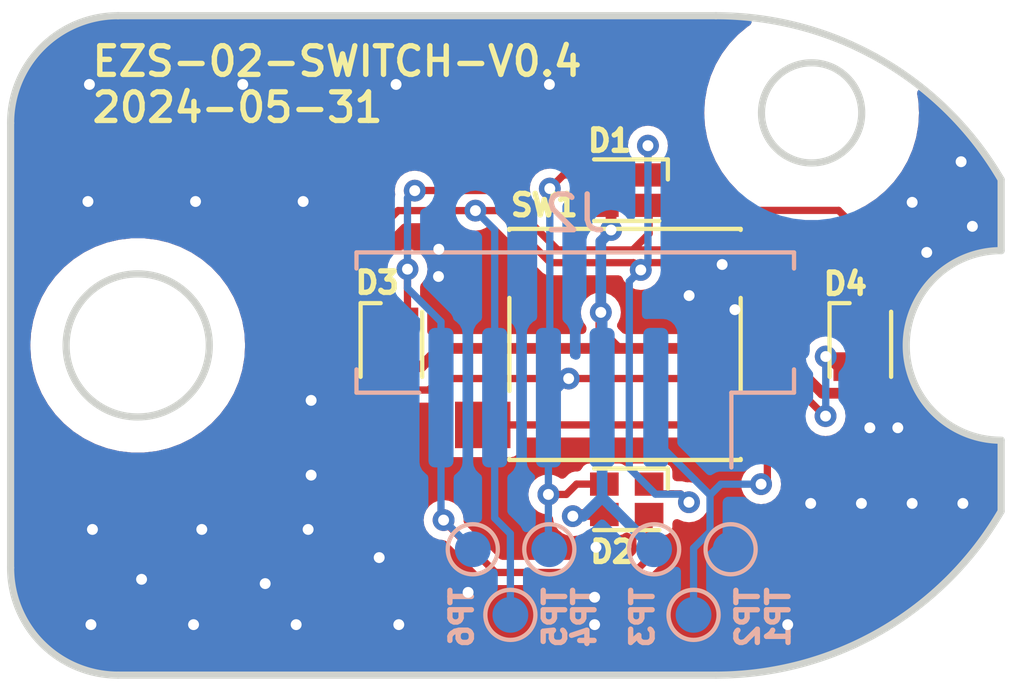
<source format=kicad_pcb>
(kicad_pcb (version 20240108) (generator "pcbnew") (generator_version "8.0")
  (title_block (title "EZS-02-Switch") (date "2024-05-31") (rev "V0.4") (company "Ovobot") (comment 1 "EZS-02 Switch副板，28x18.5x.1.6mm ，FR4，2层，绿油白字，无铅喷锡"))
  (layers (0 "F.Cu" signal) (31 "B.Cu" signal) (34 "B.Paste" user) (35 "F.Paste" user) (36 "B.SilkS" user "B.Silkscreen") (37 "F.SilkS" user "F.Silkscreen") (38 "B.Mask" user) (39 "F.Mask" user) (44 "Edge.Cuts" user))
  (net 0 "")
  (net 1 "+3V3")
  (net 2 "/LED_GREEN")
  (net 3 "GND")
  (net 4 "/START")
  (net 5 "/LED_RED")
  (net 6 "/LED_BLUE")
  (footprint "Ovo_LED_SMD:LED_Everlight_ARGB_1.6x1.6mm" (layer "F.Cu") (at 136.985 108.054)
    (property "Reference" "D2" (at -0.412 1.468 0) (layer "F.SilkS") (effects (font (size 0.6 0.6))))
    (property "Value" "19-237D/BHR6GHC-C01/2T")
    (fp_line (start -0.91 -0.86) (end 1.15 -0.86) (stroke (width 0.12)) (layer "F.SilkS"))
    (fp_line (start -0.91 0.86) (end 0.91 0.86) (stroke (width 0.12)) (layer "F.SilkS"))
    (fp_line (start 1.15 -0.86) (end 1.15 -0.3) (stroke (width 0.12)) (layer "F.SilkS"))
    (pad "1" smd rect (at -0.625 0.425) (size 0.8 0.65) (layers "F.Cu" "F.Paste" "F.Mask") (net 1 "+3V3"))
    (pad "2" smd rect (at -0.625 -0.425) (size 0.8 0.65) (layers "F.Cu" "F.Paste" "F.Mask") (net 5 "/LED_RED"))
    (pad "3" smd rect (at 0.625 -0.425) (size 0.8 0.65) (layers "F.Cu" "F.Paste" "F.Mask") (net 2 "/LED_GREEN"))
    (pad "4" smd rect (at 0.625 0.425) (size 0.8 0.65) (layers "F.Cu" "F.Paste" "F.Mask") (net 6 "/LED_BLUE"))
  )
  (footprint "Ovo_Button_Switch_SMD:SW_Push_1P1T_NO_6x6mm_H4.5mm" (layer "F.Cu") (at 136.938 103.725)
    (property "Reference" "SW1" (at -2.253 -3.892 0) (layer "F.SilkS") (effects (font (size 0.6 0.6))))
    (property "Value" "6x6x4.5mm/250gf")
    (fp_line (start -3.23 -3.23) (end 3.23 -3.23) (stroke (width 0.12)) (layer "F.SilkS"))
    (fp_line (start -3.23 -3.2) (end -3.23 -3.23) (stroke (width 0.12)) (layer "F.SilkS"))
    (fp_line (start -3.23 -1.3) (end -3.23 1.3) (stroke (width 0.12)) (layer "F.SilkS"))
    (fp_line (start -3.23 3.23) (end -3.23 3.2) (stroke (width 0.12)) (layer "F.SilkS"))
    (fp_line (start -3.23 3.23) (end 3.23 3.23) (stroke (width 0.12)) (layer "F.SilkS"))
    (fp_line (start 3.23 -3.23) (end 3.23 -3.2) (stroke (width 0.12)) (layer "F.SilkS"))
    (fp_line (start 3.23 -1.3) (end 3.23 1.3) (stroke (width 0.12)) (layer "F.SilkS"))
    (fp_line (start 3.23 3.23) (end 3.23 3.2) (stroke (width 0.12)) (layer "F.SilkS"))
    (pad "1" smd rect (at -3.975 -2.25) (size 1.55 1.3) (layers "F.Cu" "F.Paste" "F.Mask") (net 3 "GND"))
    (pad "1" smd rect (at 3.975 -2.25) (size 1.55 1.3) (layers "F.Cu" "F.Paste" "F.Mask") (net 3 "GND"))
    (pad "2" smd rect (at -3.975 2.25) (size 1.55 1.3) (layers "F.Cu" "F.Paste" "F.Mask") (net 4 "/START"))
    (pad "2" smd rect (at 3.975 2.25) (size 1.55 1.3) (layers "F.Cu" "F.Paste" "F.Mask") (net 4 "/START"))
  )
  (footprint "Ovo_LED_SMD:LED_Everlight_ARGB_1.6x1.6mm" (layer "F.Cu") (at 143.51 103.721 90)
    (property "Reference" "D4" (at 1.69 -0.419 0) (layer "F.SilkS") (effects (font (size 0.6 0.6))))
    (property "Value" "19-237D/BHR6GHC-C01/2T")
    (fp_line (start 1.15 -0.86) (end 1.15 -0.3) (stroke (width 0.12)) (layer "F.SilkS"))
    (fp_line (start -0.91 -0.86) (end 1.15 -0.86) (stroke (width 0.12)) (layer "F.SilkS"))
    (fp_line (start -0.91 0.86) (end 0.91 0.86) (stroke (width 0.12)) (layer "F.SilkS"))
    (pad "1" smd rect (at -0.625 0.425 90) (size 0.8 0.65) (layers "F.Cu" "F.Paste" "F.Mask") (net 1 "+3V3"))
    (pad "2" smd rect (at -0.625 -0.425 90) (size 0.8 0.65) (layers "F.Cu" "F.Paste" "F.Mask") (net 5 "/LED_RED"))
    (pad "3" smd rect (at 0.625 -0.425 90) (size 0.8 0.65) (layers "F.Cu" "F.Paste" "F.Mask") (net 2 "/LED_GREEN"))
    (pad "4" smd rect (at 0.625 0.425 90) (size 0.8 0.65) (layers "F.Cu" "F.Paste" "F.Mask") (net 6 "/LED_BLUE"))
  )
  (footprint "Ovo_LED_SMD:LED_Everlight_ARGB_1.6x1.6mm" (layer "F.Cu") (at 130.413 103.721 90)
    (property "Reference" "D3" (at 1.722 -0.396 0) (layer "F.SilkS") (effects (font (size 0.6 0.6))))
    (property "Value" "19-237D/BHR6GHC-C01/2T")
    (fp_line (start 1.15 -0.86) (end 1.15 -0.3) (stroke (width 0.12)) (layer "F.SilkS"))
    (fp_line (start -0.91 -0.86) (end 1.15 -0.86) (stroke (width 0.12)) (layer "F.SilkS"))
    (fp_line (start -0.91 0.86) (end 0.91 0.86) (stroke (width 0.12)) (layer "F.SilkS"))
    (pad "1" smd rect (at -0.625 0.425 90) (size 0.8 0.65) (layers "F.Cu" "F.Paste" "F.Mask") (net 1 "+3V3"))
    (pad "2" smd rect (at -0.625 -0.425 90) (size 0.8 0.65) (layers "F.Cu" "F.Paste" "F.Mask") (net 5 "/LED_RED"))
    (pad "3" smd rect (at 0.625 -0.425 90) (size 0.8 0.65) (layers "F.Cu" "F.Paste" "F.Mask") (net 2 "/LED_GREEN"))
    (pad "4" smd rect (at 0.625 0.425 90) (size 0.8 0.65) (layers "F.Cu" "F.Paste" "F.Mask") (net 6 "/LED_BLUE"))
  )
  (footprint "Ovo_LED_SMD:LED_Everlight_ARGB_1.6x1.6mm" (layer "F.Cu") (at 136.985 99.413)
    (property "Reference" "D1" (at -0.477 -1.383 0) (layer "F.SilkS") (effects (font (size 0.6 0.6))))
    (property "Value" "19-237D/BHR6GHC-C01/2T")
    (fp_line (start -0.91 -0.86) (end 1.15 -0.86) (stroke (width 0.12)) (layer "F.SilkS"))
    (fp_line (start -0.91 0.86) (end 0.91 0.86) (stroke (width 0.12)) (layer "F.SilkS"))
    (fp_line (start 1.15 -0.86) (end 1.15 -0.3) (stroke (width 0.12)) (layer "F.SilkS"))
    (pad "1" smd rect (at -0.625 0.425) (size 0.8 0.65) (layers "F.Cu" "F.Paste" "F.Mask") (net 1 "+3V3"))
    (pad "2" smd rect (at -0.625 -0.425) (size 0.8 0.65) (layers "F.Cu" "F.Paste" "F.Mask") (net 5 "/LED_RED"))
    (pad "3" smd rect (at 0.625 -0.425) (size 0.8 0.65) (layers "F.Cu" "F.Paste" "F.Mask") (net 2 "/LED_GREEN"))
    (pad "4" smd rect (at 0.625 0.425) (size 0.8 0.65) (layers "F.Cu" "F.Paste" "F.Mask") (net 6 "/LED_BLUE"))
  )
  (footprint "TestPoint:TestPoint_Pad_D1.0mm" (layer "B.Cu") (at 134.823333 109.45 180)
    (property "Reference" "TP4" (at -0.979667 -1.905 90) (layer "B.SilkS") (effects (font (size 0.6 0.6)) (justify mirror)))
    (property "Value" "LED_RED")
    (fp_circle (center 0 0) (end 0 -0.7) (stroke (width 0.12)) (fill none) (layer "B.SilkS"))
    (pad "1" smd circle (at 0 0 180) (size 1 1) (layers "B.Cu" "B.Mask") (net 5 "/LED_RED"))
  )
  (footprint "TestPoint:TestPoint_Pad_D1.0mm" (layer "B.Cu") (at 138.852334 111.284 180)
    (property "Reference" "TP2" (at -1.511666 -0.071 90) (layer "B.SilkS") (effects (font (size 0.6 0.6)) (justify mirror)))
    (property "Value" "START")
    (fp_circle (center 0 0) (end 0 -0.7) (stroke (width 0.12)) (fill none) (layer "B.SilkS"))
    (pad "1" smd circle (at 0 0 180) (size 1 1) (layers "B.Cu" "B.Mask") (net 4 "/START"))
  )
  (footprint "TestPoint:TestPoint_Pad_D1.0mm" (layer "B.Cu") (at 132.686 109.45 180)
    (property "Reference" "TP6" (at 0.309 -1.905 90) (layer "B.SilkS") (effects (font (size 0.6 0.6)) (justify mirror)))
    (property "Value" "CHG_ON_LED")
    (fp_circle (center 0 0) (end 0 -0.7) (stroke (width 0.12)) (fill none) (layer "B.SilkS"))
    (pad "1" smd circle (at 0 0 180) (size 1 1) (layers "B.Cu" "B.Mask") (net 6 "/LED_BLUE"))
  )
  (footprint "Ovo_Connector_JST:JST_ZH_B6B-ZR-SM4-TF_1x06-1MP_P1.50mm_Vertical" (layer "B.Cu") (at 135.548 104.513 180)
    (property "Reference" "J2" (at 0 4.45 180) (layer "B.SilkS") (effects (justify mirror)))
    (property "Value" "ZH1.5MM/6ASMT")
    (fp_line (start 6.11 3.36) (end -6.11 3.36) (stroke (width 0.12)) (layer "B.SilkS"))
    (fp_line (start 6.11 2.91) (end 6.11 3.36) (stroke (width 0.12)) (layer "B.SilkS"))
    (fp_line (start 6.11 -0.56) (end 6.11 0.09) (stroke (width 0.12)) (layer "B.SilkS"))
    (fp_line (start 4.36 -0.56) (end 6.11 -0.56) (stroke (width 0.12)) (layer "B.SilkS"))
    (fp_line (start -4.36 -0.56) (end -6.11 -0.56) (stroke (width 0.12)) (layer "B.SilkS"))
    (fp_line (start -4.36 -2.65) (end -4.36 -0.56) (stroke (width 0.12)) (layer "B.SilkS"))
    (fp_line (start -6.11 3.36) (end -6.11 2.91) (stroke (width 0.12)) (layer "B.SilkS"))
    (fp_line (start -6.11 -0.56) (end -6.11 0.09) (stroke (width 0.12)) (layer "B.SilkS"))
    (pad "1" smd roundrect (at -3.75 -0.7 180) (size 0.7 3.9) (layers "B.Cu" "B.Paste" "B.Mask") (net 3 "GND"))
    (pad "2" smd roundrect (at -2.25 -0.7 180) (size 0.7 3.9) (layers "B.Cu" "B.Paste" "B.Mask") (net 4 "/START"))
    (pad "3" smd roundrect (at -0.75 -0.7 180) (size 0.7 3.9) (layers "B.Cu" "B.Paste" "B.Mask") (net 1 "+3V3"))
    (pad "4" smd roundrect (at 0.75 -0.7 180) (size 0.7 3.9) (layers "B.Cu" "B.Paste" "B.Mask") (net 5 "/LED_RED"))
    (pad "5" smd roundrect (at 2.25 -0.7 180) (size 0.7 3.9) (layers "B.Cu" "B.Paste" "B.Mask") (net 2 "/LED_GREEN"))
    (pad "6" smd roundrect (at 3.75 -0.7 180) (size 0.7 3.9) (layers "B.Cu" "B.Paste" "B.Mask") (net 6 "/LED_BLUE"))
    (pad "MP" smd roundrect (at -5.8 1.5 180) (size 1.5 2.3) (layers "B.Cu" "B.Paste" "B.Mask") (roundrect_rratio 0.166667) (net 3 "GND"))
    (pad "MP" smd roundrect (at 5.8 1.5 180) (size 1.5 2.3) (layers "B.Cu" "B.Paste" "B.Mask") (roundrect_rratio 0.166667) (net 3 "GND"))
  )
  (footprint "TestPoint:TestPoint_Pad_D1.0mm" (layer "B.Cu") (at 137.75 109.45 180)
    (property "Reference" "TP3" (at 0.325 -1.905 90) (layer "B.SilkS") (effects (font (size 0.6 0.6)) (justify mirror)))
    (property "Value" "3.3V")
    (fp_circle (center 0 0) (end 0 -0.7) (stroke (width 0.12)) (fill none) (layer "B.SilkS"))
    (pad "1" smd circle (at 0 0 180) (size 1 1) (layers "B.Cu" "B.Mask") (net 1 "+3V3"))
  )
  (footprint "TestPoint:TestPoint_Pad_D1.0mm" (layer "B.Cu") (at 139.887334 109.45 180)
    (property "Reference" "TP1" (at -1.333666 -1.905 90) (layer "B.SilkS") (effects (font (size 0.6 0.6)) (justify mirror)))
    (property "Value" "GND")
    (fp_circle (center 0 0) (end 0 -0.7) (stroke (width 0.12)) (fill none) (layer "B.SilkS"))
    (pad "1" smd circle (at 0 0 180) (size 1 1) (layers "B.Cu" "B.Mask") (net 3 "GND"))
  )
  (footprint "TestPoint:TestPoint_Pad_D1.0mm" (layer "B.Cu") (at 133.736 111.284 180)
    (property "Reference" "TP5" (at -1.247 -0.071 90) (layer "B.SilkS") (effects (font (size 0.6 0.6)) (justify mirror)))
    (property "Value" "LED_BLUE")
    (fp_circle (center 0 0) (end 0 -0.7) (stroke (width 0.12)) (fill none) (layer "B.SilkS"))
    (pad "1" smd circle (at 0 0 180) (size 1 1) (layers "B.Cu" "B.Mask") (net 2 "/LED_GREEN"))
  )
  (gr_arc (start 122.77713 112.968138) (mid 120.655808 112.08946) (end 119.77713 109.968138) (stroke (width 0.2)) (layer "Edge.Cuts"))
  (gr_line (start 147.442539 106.402729) (end 147.442539 108.386952) (stroke (width 0.2)) (layer "Edge.Cuts"))
  (gr_arc (start 119.77713 97.537321) (mid 120.655813 95.416004) (end 122.77713 94.537321) (stroke (width 0.2)) (layer "Edge.Cuts"))
  (gr_arc (start 147.442539 108.386952) (mid 144.071556 111.741159) (end 139.47713 112.968138) (stroke (width 0.2)) (layer "Edge.Cuts"))
  (gr_arc (start 139.47713 94.537321) (mid 144.071556 95.7643) (end 147.442539 99.118506) (stroke (width 0.2)) (layer "Edge.Cuts"))
  (gr_line (start 139.47713 94.537321) (end 122.77713 94.537321) (stroke (width 0.2)) (layer "Edge.Cuts"))
  (gr_line (start 147.442539 99.118506) (end 147.442539 101.102729) (stroke (width 0.2)) (layer "Edge.Cuts"))
  (gr_circle (center 123.32713 103.752729) (end 125.32713 103.752729) (stroke (width 0.2)) (fill none) (layer "Edge.Cuts"))
  (gr_line (start 122.77713 112.968138) (end 139.47713 112.968138) (stroke (width 0.2)) (layer "Edge.Cuts"))
  (gr_line (start 119.77713 97.537321) (end 119.77713 109.968138) (stroke (width 0.2)) (layer "Edge.Cuts"))
  (gr_circle (center 142.149315 97.252729) (end 143.549315 97.252729) (stroke (width 0.2)) (fill none) (layer "Edge.Cuts"))
  (gr_arc (start 147.442539 106.402729) (mid 144.79253 103.752729) (end 147.442539 101.102729) (stroke (width 0.2)) (layer "Edge.Cuts"))
  (gr_text "EZS-02-SWITCH-${REVISION}\n${ISSUE_DATE}\n" (at 121.979 96.458 0) (layer "F.SilkS") (effects (font (size 0.8 0.8)) (justify left)))
  (segment (start 143.935 104.701) (end 143.935 104.346) (width 0.3) (layer "F.Cu") (net 1))
  (segment (start 130.838 104.346) (end 131.248 104.346) (width 0.3) (layer "F.Cu") (net 1))
  (segment (start 131.758 103.836) (end 141.196342 103.836) (width 0.3) (layer "F.Cu") (net 1))
  (segment (start 131.248 104.346) (end 131.758 103.836) (width 0.3) (layer "F.Cu") (net 1))
  (segment (start 136.548 100.5261) (end 136.548 100.026) (width 0.3) (layer "F.Cu") (net 1))
  (segment (start 141.196342 103.836) (end 142.449342 105.089) (width 0.3) (layer "F.Cu") (net 1))
  (segment (start 136.548 100.026) (end 136.36 99.838) (width 0.3) (layer "F.Cu") (net 1))
  (segment (start 136.36 108.479) (end 135.525556 108.479) (width 0.3) (layer "F.Cu") (net 1))
  (segment (start 136.731 103.836) (end 136.262 103.367) (width 0.3) (layer "F.Cu") (net 1))
  (segment (start 135.525556 108.479) (end 135.479745 108.524811) (width 0.3) (layer "F.Cu") (net 1))
  (segment (start 136.262 103.367) (end 136.262 102.829) (width 0.3) (layer "F.Cu") (net 1))
  (segment (start 142.449342 105.089) (end 143.547 105.089) (width 0.3) (layer "F.Cu") (net 1))
  (segment (start 143.547 105.089) (end 143.935 104.701) (width 0.3) (layer "F.Cu") (net 1))
  (via (at 135.479745 108.524811) (size 0.6096) (drill 0.3048) (layers "F.Cu" "B.Cu") (net 1))
  (via (at 136.548 100.5261) (size 0.6096) (drill 0.3048) (layers "F.Cu" "B.Cu") (net 1))
  (via (at 136.262 102.829) (size 0.6096) (drill 0.3048) (layers "F.Cu" "B.Cu") (net 1))
  (segment (start 135.771189 108.524811) (end 136.298 107.998) (width 0.3) (layer "B.Cu") (net 1))
  (segment (start 136.548 108.248) (end 136.298 107.998) (width 0.3) (layer "B.Cu") (net 1))
  (segment (start 136.298 107.998) (end 136.298 105.263) (width 0.3) (layer "B.Cu") (net 1))
  (segment (start 136.262 100.84515) (end 136.548 100.55915) (width 0.3) (layer "B.Cu") (net 1))
  (segment (start 136.262 102.829) (end 136.262 100.84515) (width 0.3) (layer "B.Cu") (net 1))
  (segment (start 135.479745 108.524811) (end 135.771189 108.524811) (width 0.3) (layer "B.Cu") (net 1))
  (segment (start 137.75 109.45) (end 136.548 108.248) (width 0.3) (layer "B.Cu") (net 1))
  (segment (start 136.262 102.829) (end 136.298 102.865) (width 0.3) (layer "B.Cu") (net 1))
  (segment (start 136.298 102.865) (end 136.298 105.213) (width 0.3) (layer "B.Cu") (net 1))
  (segment (start 134.854 101.441) (end 133.398 99.985) (width 0.2032) (layer "F.Cu") (net 2))
  (segment (start 138.264 107.9) (end 137.881 107.9) (width 0.2032) (layer "F.Cu") (net 2))
  (segment (start 137.378 101.6432) (end 137.5812 101.44) (width 0.2032) (layer "F.Cu") (net 2))
  (segment (start 138.640894 101.44) (end 139.705894 100.375) (width 0.2032) (layer "F.Cu") (net 2))
  (segment (start 139.705894 100.375) (end 142.355 100.375) (width 0.2032) (layer "F.Cu") (net 2))
  (segment (start 137.881 107.9) (end 137.61 107.629) (width 0.2032) (layer "F.Cu") (net 2))
  (segment (start 137.578 98.169) (end 137.578 98.956) (width 0.2032) (layer "F.Cu") (net 2))
  (segment (start 130.598 99.985) (end 130.001 100.582) (width 0.2032) (layer "F.Cu") (net 2))
  (segment (start 130.001 103.083) (end 129.988 103.096) (width 0.2032) (layer "F.Cu") (net 2))
  (segment (start 137.1758 101.441) (end 134.854 101.441) (width 0.2032) (layer "F.Cu") (net 2))
  (segment (start 130.001 100.582) (end 130.001 103.083) (width 0.2032) (layer "F.Cu") (net 2))
  (segment (start 138.723868 108.136132) (end 138.489736 107.902) (width 0.2032) (layer "F.Cu") (net 2))
  (segment (start 143.077 101.097) (end 143.077 103.088) (width 0.2032) (layer "F.Cu") (net 2))
  (segment (start 142.355 100.375) (end 143.077 101.097) (width 0.2032) (layer "F.Cu") (net 2))
  (segment (start 132.76 99.985) (end 130.598 99.985) (width 0.2032) (layer "F.Cu") (net 2))
  (segment (start 143.077 103.088) (end 143.085 103.096) (width 0.2032) (layer "F.Cu") (net 2))
  (segment (start 137.378 101.6432) (end 137.1758 101.441) (width 0.2032) (layer "F.Cu") (net 2))
  (segment (start 137.5812 101.44) (end 138.640894 101.44) (width 0.2032) (layer "F.Cu") (net 2))
  (segment (start 137.578 98.956) (end 137.61 98.988) (width 0.2032) (layer "F.Cu") (net 2))
  (segment (start 138.266 107.902) (end 138.264 107.9) (width 0.2032) (layer "F.Cu") (net 2))
  (segment (start 138.489736 107.902) (end 138.266 107.902) (width 0.2032) (layer "F.Cu") (net 2))
  (segment (start 133.398 99.985) (end 132.76 99.985) (width 0.2032) (layer "F.Cu") (net 2))
  (via (at 138.723868 108.136132) (size 0.6096) (drill 0.3048) (layers "F.Cu" "B.Cu") (net 2))
  (via (at 137.578 98.169) (size 0.6096) (drill 0.3048) (layers "F.Cu" "B.Cu") (net 2))
  (via (at 137.378 101.6432) (size 0.6096) (drill 0.3048) (layers "F.Cu" "B.Cu") (net 2))
  (via (at 132.76 99.985) (size 0.6096) (drill 0.3048) (layers "F.Cu" "B.Cu") (net 2))
  (segment (start 137.578 98.169) (end 137.588 98.179) (width 0.2032) (layer "B.Cu") (net 2))
  (segment (start 133.298 108.579) (end 133.736 109.017) (width 0.2032) (layer "B.Cu") (net 2))
  (segment (start 133.736 109.017) (end 133.736 111.284) (width 0.2032) (layer "B.Cu") (net 2))
  (segment (start 137.378 101.6432) (end 137.578 101.4432) (width 0.2032) (layer "B.Cu") (net 2))
  (segment (start 132.76 99.985) (end 133.298 100.523) (width 0.2032) (layer "B.Cu") (net 2))
  (segment (start 138.497736 107.91) (end 137.79 107.91) (width 0.2032) (layer "B.Cu") (net 2))
  (segment (start 138.723868 108.136132) (end 138.497736 107.91) (width 0.2032) (layer "B.Cu") (net 2))
  (segment (start 137.79 107.91) (end 137.057 107.177) (width 0.2032) (layer "B.Cu") (net 2))
  (segment (start 133.298 100.523) (end 133.298 108.579) (width 0.2032) (layer "B.Cu") (net 2))
  (segment (start 137.057 107.177) (end 137.057 101.9642) (width 0.2032) (layer "B.Cu") (net 2))
  (segment (start 137.057 101.9642) (end 137.378 101.6432) (width 0.2032) (layer "B.Cu") (net 2))
  (segment (start 137.578 101.4432) (end 137.578 98.169) (width 0.2032) (layer "B.Cu") (net 2))
  (via (at 143.776 106.055) (size 0.6096) (drill 0.3048) (layers "F.Cu" "B.Cu") (net 3))
  (via (at 121.937 99.73) (size 0.6096) (drill 0.3048) (layers "F.Cu" "B.Cu") (net 3))
  (via (at 136.089 110.791) (size 0.6096) (drill 0.3048) (layers "F.Cu" "B.Cu") (net 3))
  (via (at 141.482 111.557) (size 0.6096) (drill 0.3048) (layers "F.Cu" "B.Cu") (net 3))
  (via (at 122.021 111.557) (size 0.6096) (drill 0.3048) (layers "F.Cu" "B.Cu") (net 3))
  (via (at 124.9425 99.73) (size 0.6096) (drill 0.3048) (layers "F.Cu" "B.Cu") (net 3))
  (via (at 146.325 98.618) (size 0.6096) (drill 0.3048) (layers "F.Cu" "B.Cu") (net 3))
  (via (at 140.007 102.754) (size 0.6096) (drill 0.3048) (layers "F.Cu" "B.Cu") (net 3))
  (via (at 136.127 109.395) (size 0.6096) (drill 0.3048) (layers "F.Cu" "B.Cu") (net 3))
  (via (at 130.619 111.557) (size 0.6096) (drill 0.3048) (layers "F.Cu" "B.Cu") (net 3))
  (via (at 130.543666 96.458) (size 0.6096) (drill 0.3048) (layers "F.Cu" "B.Cu") (net 3))
  (via (at 128.087 108.896) (size 0.6096) (drill 0.3048) (layers "F.Cu" "B.Cu") (net 3))
  (via (at 126.888 110.41) (size 0.6096) (drill 0.3048) (layers "F.Cu" "B.Cu") (net 3))
  (via (at 128.171 107.378333) (size 0.6096) (drill 0.3048) (layers "F.Cu" "B.Cu") (net 3))
  (via (at 122.063 108.896) (size 0.6096) (drill 0.3048) (layers "F.Cu" "B.Cu") (net 3))
  (via (at 131.737 101.064) (size 0.6096) (drill 0.3048) (layers "F.Cu" "B.Cu") (net 3))
  (via (at 142.124 108.169) (size 0.6096) (drill 0.3048) (layers "F.Cu" "B.Cu") (net 3))
  (via (at 131.728 101.826) (size 0.6096) (drill 0.3048) (layers "F.Cu" "B.Cu") (net 3))
  (via (at 124.887 111.557) (size 0.6096) (drill 0.3048) (layers "F.Cu" "B.Cu") (net 3))
  (via (at 144.958 99.753) (size 0.6096) (drill 0.3048) (layers "F.Cu" "B.Cu") (net 3))
  (via (at 139.651 101.491) (size 0.6096) (drill 0.3048) (layers "F.Cu" "B.Cu") (net 3))
  (via (at 143.540666 108.169) (size 0.6096) (drill 0.3048) (layers "F.Cu" "B.Cu") (net 3))
  (via (at 130.072 109.683) (size 0.6096) (drill 0.3048) (layers "F.Cu" "B.Cu") (net 3))
  (via (at 123.435 110.29) (size 0.6096) (drill 0.3048) (layers "F.Cu" "B.Cu") (net 3))
  (via (at 136.089 111.557) (size 0.6096) (drill 0.3048) (layers "F.Cu" "B.Cu") (net 3))
  (via (at 126.261333 96.458) (size 0.6096) (drill 0.3048) (layers "F.Cu" "B.Cu") (net 3))
  (via (at 144.957332 108.169) (size 0.6096) (drill 0.3048) (layers "F.Cu" "B.Cu") (net 3))
  (via (at 134.826 96.458) (size 0.6096) (drill 0.3048) (layers "F.Cu" "B.Cu") (net 3))
  (via (at 146.64 100.424) (size 0.6096) (drill 0.3048) (layers "F.Cu" "B.Cu") (net 3))
  (via (at 125.117 108.896) (size 0.6096) (drill 0.3048) (layers "F.Cu" "B.Cu") (net 3))
  (via (at 138.728 102.36) (size 0.6096) (drill 0.3048) (layers "F.Cu" "B.Cu") (net 3))
  (via (at 145.365 101.153) (size 0.6096) (drill 0.3048) (layers "F.Cu" "B.Cu") (net 3))
  (via (at 146.374 108.169) (size 0.6096) (drill 0.3048) (layers "F.Cu" "B.Cu") (net 3))
  (via (at 127.753 111.557) (size 0.6096) (drill 0.3048) (layers "F.Cu" "B.Cu") (net 3))
  (via (at 144.557 106.055) (size 0.6096) (drill 0.3048) (layers "F.Cu" "B.Cu") (net 3))
  (via (at 128.171 105.289) (size 0.6096) (drill 0.3048) (layers "F.Cu" "B.Cu") (net 3))
  (via (at 121.979 96.458) (size 0.6096) (drill 0.3048) (layers "F.Cu" "B.Cu") (net 3))
  (via (at 127.948 99.73) (size 0.6096) (drill 0.3048) (layers "F.Cu" "B.Cu") (net 3))
  (via (at 132.555 110.656) (size 0.6096) (drill 0.3048) (layers "F.Cu" "B.Cu") (net 3))
  (segment (start 140.605 105.667) (end 140.913 105.975) (width 0.2032) (layer "F.Cu") (net 4))
  (segment (start 140.738 107.631) (end 140.913 107.456) (width 0.2032) (layer "F.Cu") (net 4))
  (segment (start 140.913 105.975) (end 132.963 105.975) (width 0.2032) (layer "F.Cu") (net 4))
  (segment (start 132.963 105.975) (end 133.589 105.975) (width 0.2032) (layer "F.Cu") (net 4))
  (segment (start 140.913 107.456) (end 140.913 105.975) (width 0.2032) (layer "F.Cu") (net 4))
  (via (at 140.738 107.631) (size 0.6096) (drill 0.3048) (layers "F.Cu" "B.Cu") (net 4))
  (segment (start 138.852334 111.284) (end 138.852334 109.418682) (width 0.2032) (layer "B.Cu") (net 4))
  (segment (start 137.798 106.42) (end 137.798 105.213) (width 0.2032) (layer "B.Cu") (net 4))
  (segment (start 139.312 107.934) (end 138.89 107.512) (width 0.2032) (layer "B.Cu") (net 4))
  (segment (start 140.738 107.631) (end 139.615 107.631) (width 0.2032) (layer "B.Cu") (net 4))
  (segment (start 138.852334 109.418682) (end 139.312 108.959016) (width 0.2032) (layer "B.Cu") (net 4))
  (segment (start 139.312 108.959016) (end 139.312 107.934) (width 0.2032) (layer "B.Cu") (net 4))
  (segment (start 138.89 107.512) (end 137.798 106.42) (width 0.2032) (layer "B.Cu") (net 4))
  (segment (start 139.615 107.631) (end 139.312 107.934) (width 0.2032) (layer "B.Cu") (net 4))
  (segment (start 141.468 104.679) (end 135.364 104.679) (width 0.2032) (layer "F.Cu") (net 5))
  (segment (start 142.517 105.728) (end 141.468 104.679) (width 0.2032) (layer "F.Cu") (net 5))
  (segment (start 135.364 104.679) (end 131.777 104.679) (width 0.2032) (layer "F.Cu") (net 5))
  (segment (start 131.777 104.679) (end 131.456 105) (width 0.2032) (layer "F.Cu") (net 5))
  (segment (start 131.456 105) (end 130.321 105) (width 0.2032) (layer "F.Cu") (net 5))
  (segment (start 142.544 104.063) (end 142.827 104.346) (width 0.2032) (layer "F.Cu") (net 5))
  (segment (start 142.539 105.728) (end 142.517 105.728) (width 0.2032) (layer "F.Cu") (net 5))
  (segment (start 135.297 107.918) (end 134.798 107.918) (width 0.2032) (layer "F.Cu") (net 5))
  (segment (start 136.36 107.629) (end 135.586 107.629) (width 0.2032) (layer "F.Cu") (net 5))
  (segment (start 135.586 107.629) (end 135.297 107.918) (width 0.2032) (layer "F.Cu") (net 5))
  (segment (start 135.218 98.988) (end 136.36 98.988) (width 0.2032) (layer "F.Cu") (net 5))
  (segment (start 134.837 99.369) (end 135.218 98.988) (width 0.2032) (layer "F.Cu") (net 5))
  (segment (start 130.321 105) (end 129.988 104.667) (width 0.2032) (layer "F.Cu") (net 5))
  (segment (start 142.827 104.346) (end 143.085 104.346) (width 0.2032) (layer "F.Cu") (net 5))
  (segment (start 129.988 104.667) (end 129.988 104.346) (width 0.2032) (layer "F.Cu") (net 5))
  (via (at 135.364 104.679) (size 0.6096) (drill 0.3048) (layers "F.Cu" "B.Cu") (net 5))
  (via (at 142.544 104.063) (size 0.6096) (drill 0.3048) (layers "F.Cu" "B.Cu") (net 5))
  (via (at 134.837 99.369) (size 0.6096) (drill 0.3048) (layers "F.Cu" "B.Cu") (net 5))
  (via (at 134.798 107.918) (size 0.6096) (drill 0.3048) (layers "F.Cu" "B.Cu") (net 5))
  (via (at 142.539 105.728) (size 0.6096) (drill 0.3048) (layers "F.Cu" "B.Cu") (net 5))
  (segment (start 134.798 107.918) (end 134.798 109.424667) (width 0.2032) (layer "B.Cu") (net 5))
  (segment (start 142.544 105.723) (end 142.544 104.063) (width 0.2032) (layer "B.Cu") (net 5))
  (segment (start 134.798 109.424667) (end 134.823333 109.45) (width 0.2032) (layer "B.Cu") (net 5))
  (segment (start 142.539 105.728) (end 142.544 105.723) (width 0.2032) (layer "B.Cu") (net 5))
  (segment (start 134.798 105.213) (end 134.83 105.213) (width 0.2032) (layer "B.Cu") (net 5))
  (segment (start 134.837 99.369) (end 134.837 104.724) (width 0.2032) (layer "B.Cu") (net 5))
  (segment (start 134.798 107.918) (end 134.798 105.263) (width 0.2032) (layer "B.Cu") (net 5))
  (segment (start 134.83 105.213) (end 135.364 104.679) (width 0.2032) (layer "B.Cu") (net 5))
  (segment (start 138.4936 101.0844) (end 137.153337 101.0844) (width 0.2032) (layer "F.Cu") (net 6))
  (segment (start 142.902 99.978) (end 139.6 99.978) (width 0.2032) (layer "F.Cu") (net 6))
  (segment (start 131.065 99.4267) (end 131.0697 99.422) (width 0.2032) (layer "F.Cu") (net 6))
  (segment (start 137.196 110.099) (end 137.61 109.685) (width 0.2032) (layer "F.Cu") (net 6))
  (segment (start 131.0697 99.422) (end 133.399 99.422) (width 0.2032) (layer "F.Cu") (net 6))
  (segment (start 143.855 103.016) (end 143.855 100.931) (width 0.2032) (layer "F.Cu") (net 6))
  (segment (start 143.935 103.096) (end 143.855 103.016) (width 0.2032) (layer "F.Cu") (net 6))
  (segment (start 130.862 102.876) (end 130.838 102.9) (width 0.2032) (layer "F.Cu") (net 6))
  (segment (start 135.0614 101.0844) (end 137.153337 101.0844) (width 0.2032) (layer "F.Cu") (net 6))
  (segment (start 137.153337 101.0844) (end 137.61 100.627737) (width 0.2032) (layer "F.Cu") (net 6))
  (segment (start 137.61 100.627737) (end 137.61 99.838) (width 0.2032) (layer "F.Cu") (net 6))
  (segment (start 137.61 109.685) (end 137.61 108.479) (width 0.2032) (layer "F.Cu") (net 6))
  (segment (start 131.81 108.592) (end 133.317 110.099) (width 0.2032) (layer "F.Cu") (net 6))
  (segment (start 139.6 99.978) (end 138.4936 101.0844) (width 0.2032) (layer "F.Cu") (net 6))
  (segment (start 133.317 110.099) (end 137.196 110.099) (width 0.2032) (layer "F.Cu") (net 6))
  (segment (start 130.838 102.9) (end 130.838 103.096) (width 0.2032) (layer "F.Cu") (net 6))
  (segment (start 130.862 101.621) (end 130.862 102.876) (width 0.2032) (layer "F.Cu") (net 6))
  (segment (start 143.855 100.931) (end 142.902 99.978) (width 0.2032) (layer "F.Cu") (net 6))
  (segment (start 133.399 99.422) (end 135.0614 101.0844) (width 0.2032) (layer "F.Cu") (net 6))
  (via (at 131.8705 108.6345) (size 0.6096) (drill 0.3048) (layers "F.Cu" "B.Cu") (net 6))
  (via (at 131.065 99.4267) (size 0.6096) (drill 0.3048) (layers "F.Cu" "B.Cu") (net 6))
  (via (at 130.862 101.621) (size 0.6096) (drill 0.3048) (layers "F.Cu" "B.Cu") (net 6))
  (segment (start 131.065 99.4267) (end 130.862 99.6297) (width 0.2032) (layer "B.Cu") (net 6))
  (segment (start 131.798 108.562) (end 131.8705 108.6345) (width 0.2032) (layer "B.Cu") (net 6))
  (segment (start 130.862 102.154) (end 131.798 103.09) (width 0.2032) (layer "B.Cu") (net 6))
  (segment (start 131.798 103.09) (end 131.798 108.562) (width 0.2032) (layer "B.Cu") (net 6))
  (segment (start 131.8705 108.6345) (end 132.686 109.45) (width 0.2032) (layer "B.Cu") (net 6))
  (segment (start 130.862 99.6297) (end 130.862 102.154) (width 0.2032) (layer "B.Cu") (net 6))
  (zone (net 3) (net_name "GND") (layers "F&B.Cu") (connect_pads yes (clearance 0.25)) (min_thickness 0.25) (fill yes (thermal_gap 0.5) (thermal_bridge_width 0.5))
    (polygon (pts (xy 119.481 113.24) (xy 119.533 113.292) (xy 148.089 113.292) (xy 148.089 94.15) (xy 148.037 94.098) (xy 119.481 94.098)))
  )
  (zone (net 0) (net_name "") (layers "F&B.Cu") (connect_pads (clearance 0)) (min_thickness 0.25)
    (keepout (tracks not_allowed) (vias not_allowed) (pads not_allowed) (copperpour not_allowed) (footprints not_allowed))
    (fill (thermal_gap 0.5) (thermal_bridge_width 0.5))
    (polygon (pts (xy 126.32713 103.752729) (xy 126.306845 103.40445) (xy 126.246265 103.060881) (xy 126.146208 102.726669) (xy 126.008028 102.406331) (xy 125.833593 102.104202) (xy 125.625263 101.824366) (xy 125.385855 101.570608) (xy 125.118606 101.346359) (xy 124.82713 101.154653) (xy 124.515369 100.998081) (xy 124.18754 100.87876) (xy 123.848075 100.798306) (xy 123.501564 100.757805) (xy 123.152696 100.757805) (xy 122.806185 100.798306) (xy 122.46672 100.87876) (xy 122.138891 100.998081) (xy 121.82713 101.154653) (xy 121.535654 101.346359) (xy 121.268405 101.570608) (xy 121.028997 101.824366) (xy 120.820667 102.104202) (xy 120.646232 102.406331) (xy 120.508052 102.726669) (xy 120.407995 103.060881) (xy 120.347415 103.40445) (xy 120.32713 103.752729) (xy 120.347415 104.101008) (xy 120.407995 104.444577) (xy 120.508052 104.778789) (xy 120.646232 105.099127) (xy 120.820667 105.401256) (xy 121.028997 105.681092) (xy 121.268405 105.93485) (xy 121.535654 106.159099) (xy 121.82713 106.350805) (xy 122.138891 106.507377) (xy 122.46672 106.626698) (xy 122.806185 106.707152) (xy 123.152696 106.747653) (xy 123.501564 106.747653) (xy 123.848075 106.707152) (xy 124.18754 106.626698) (xy 124.515369 106.507377) (xy 124.82713 106.350805) (xy 125.118606 106.159099) (xy 125.385855 105.93485) (xy 125.625263 105.681092) (xy 125.833593 105.401256) (xy 126.008028 105.099127) (xy 126.146208 104.778789) (xy 126.246265 104.444577) (xy 126.306845 104.101008)))
  )
  (zone (net 0) (net_name "") (layers "F&B.Cu") (connect_pads (clearance 0)) (min_thickness 0.25)
    (keepout (tracks allowed) (vias not_allowed) (pads not_allowed) (copperpour not_allowed) (footprints allowed))
    (fill (thermal_gap 0.5) (thermal_bridge_width 0.5))
    (polygon (pts (xy 145.149315 97.252729) (xy 145.12903 96.90445) (xy 145.06845 96.560881) (xy 144.968393 96.226669) (xy 144.830213 95.906331) (xy 144.655778 95.604202) (xy 144.447448 95.324366) (xy 144.20804 95.070608) (xy 143.940791 94.846359) (xy 143.649315 94.654653) (xy 143.337554 94.498081) (xy 143.009725 94.37876) (xy 142.67026 94.298306) (xy 142.323749 94.257805) (xy 141.974881 94.257805) (xy 141.62837 94.298306) (xy 141.288905 94.37876) (xy 140.961076 94.498081) (xy 140.649315 94.654653) (xy 140.357839 94.846359) (xy 140.09059 95.070608) (xy 139.851182 95.324366) (xy 139.642852 95.604202) (xy 139.468417 95.906331) (xy 139.330237 96.226669) (xy 139.23018 96.560881) (xy 139.1696 96.90445) (xy 139.149315 97.252729) (xy 139.1696 97.601008) (xy 139.23018 97.944577) (xy 139.330237 98.278789) (xy 139.468417 98.599127) (xy 139.642852 98.901256) (xy 139.851182 99.181092) (xy 140.09059 99.43485) (xy 140.357839 99.659099) (xy 140.649315 99.850805) (xy 140.961076 100.007377) (xy 141.288905 100.126698) (xy 141.62837 100.207152) (xy 141.974881 100.247653) (xy 142.323749 100.247653) (xy 142.67026 100.207152) (xy 143.009725 100.126698) (xy 143.337554 100.007377) (xy 143.649315 99.850805) (xy 143.940791 99.659099) (xy 144.20804 99.43485) (xy 144.447448 99.181092) (xy 144.655778 98.901256) (xy 144.830213 98.599127) (xy 144.968393 98.278789) (xy 145.06845 97.944577) (xy 145.12903 97.601008)))
  )
)
</source>
